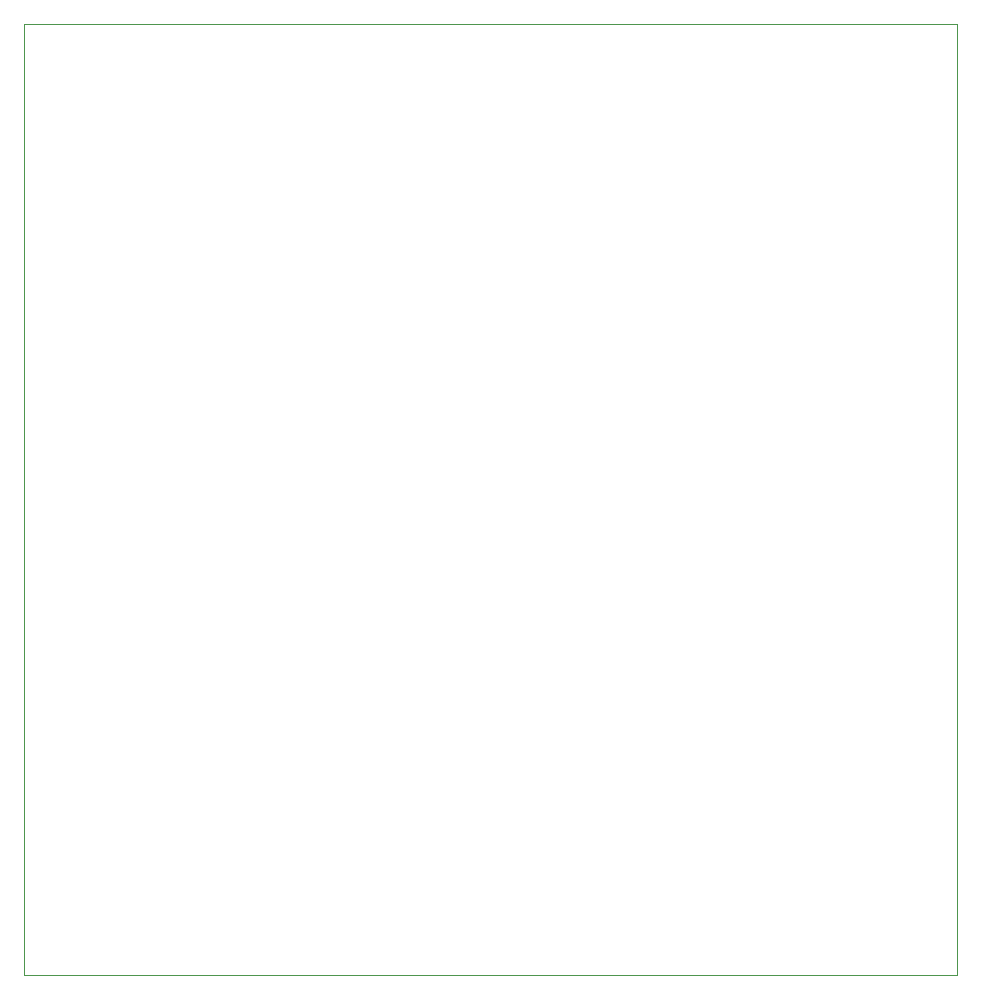
<source format=gko>
G04 This is an RS-274x file exported by *
G04 gerbv version 2.6.0 *
G04 More information is available about gerbv at *
G04 http://gerbv.gpleda.org/ *
G04 --End of header info--*
%MOIN*%
%FSLAX34Y34*%
%IPPOS*%
G04 --Define apertures--*
%ADD10C,0.0059*%
%ADD11C,0.0039*%
G04 --Start main section--*
G54D11*
G01X0031102Y0000000D02*
G01X0000000Y0000000D01*
G01X0031102Y-031693D02*
G01X0031102Y0000000D01*
G01X0000000Y-031693D02*
G01X0031102Y-031693D01*
G01X0000000Y-031496D02*
G01X0000000Y-031693D01*
G01X0000000Y0000000D02*
G01X0000000Y-031496D01*
G01X0000000Y0000000D02*
G01X0000394Y0000000D01*
M02*

</source>
